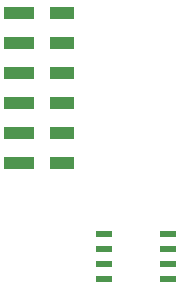
<source format=gbr>
%TF.GenerationSoftware,KiCad,Pcbnew,7.0.9*%
%TF.CreationDate,2024-09-19T11:25:21-04:00*%
%TF.ProjectId,Module_PCB,4d6f6475-6c65-45f5-9043-422e6b696361,rev?*%
%TF.SameCoordinates,Original*%
%TF.FileFunction,Paste,Top*%
%TF.FilePolarity,Positive*%
%FSLAX46Y46*%
G04 Gerber Fmt 4.6, Leading zero omitted, Abs format (unit mm)*
G04 Created by KiCad (PCBNEW 7.0.9) date 2024-09-19 11:25:21*
%MOMM*%
%LPD*%
G01*
G04 APERTURE LIST*
%ADD10R,2.000000X1.000000*%
%ADD11R,1.460500X0.558800*%
%ADD12R,2.500000X1.000000*%
G04 APERTURE END LIST*
D10*
%TO.C,J1*%
X8475000Y-24650000D03*
X8475000Y-27190000D03*
X8475000Y-29730000D03*
X8475000Y-32270000D03*
X8475000Y-34810000D03*
X8475000Y-37350000D03*
%TD*%
D11*
%TO.C,U2*%
X12025850Y-43345000D03*
X12025850Y-44615000D03*
X12025850Y-45885000D03*
X12025850Y-47155000D03*
X17474150Y-47155000D03*
X17474150Y-45885000D03*
X17474150Y-44615000D03*
X17474150Y-43345000D03*
%TD*%
D12*
%TO.C,J2*%
X4850000Y-37350000D03*
X4850000Y-34810000D03*
X4850000Y-32270000D03*
X4850000Y-29730000D03*
X4850000Y-27190000D03*
X4850000Y-24650000D03*
%TD*%
M02*

</source>
